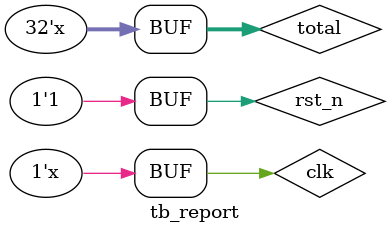
<source format=v>

`timescale 1ns/1ns

module tb_report();

//Define parameters:
parameter CLK_FREQ = 50_000_000;
parameter REPORT_FREQ = 100;
parameter UART_BPS = 115200;

reg                 clk, rst_n;


//Define signals:
reg     [31: 0]     total;

//UART report
wire    [ 7: 0]     data;
wire                require, valid;



//Edit code:
always #5 clk = ~clk;

initial begin
    clk = 1'b0;
    rst_n = 1'b0;
    total = 'd0;
    #13
    rst_n = 1'b1;
end

always #7282 total <= total + 1'b1;

report_ascii#(
    .CLK_FREQ(CLK_FREQ),
    .REPORT_FREQ(REPORT_FREQ)
)report_ascii(
    .clk(clk),
    .rst_n(rst_n),
    .total(total),
    .correct(total),
    .data(data),
    .require(require),
    .valid(valid)
);

uart_tx#(
    .CLK_FREQ(CLK_FREQ),
    .UART_BPS(UART_BPS)
)uart_tx(
    .clk(clk),
    .rst_n(rst_n),
    .uart_txd(),
    .data(data),
    .require(require),
    .valid(valid)
);

endmodule


</source>
